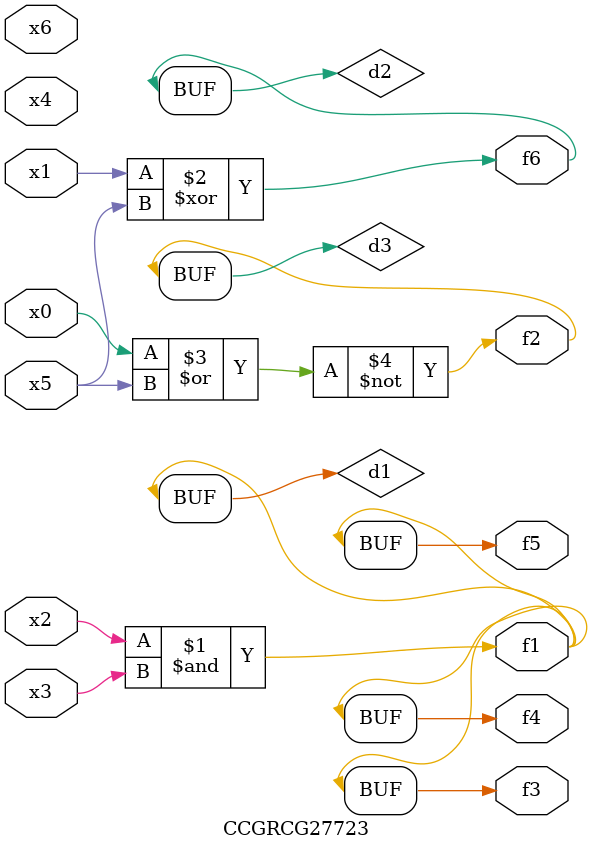
<source format=v>
module CCGRCG27723(
	input x0, x1, x2, x3, x4, x5, x6,
	output f1, f2, f3, f4, f5, f6
);

	wire d1, d2, d3;

	and (d1, x2, x3);
	xor (d2, x1, x5);
	nor (d3, x0, x5);
	assign f1 = d1;
	assign f2 = d3;
	assign f3 = d1;
	assign f4 = d1;
	assign f5 = d1;
	assign f6 = d2;
endmodule

</source>
